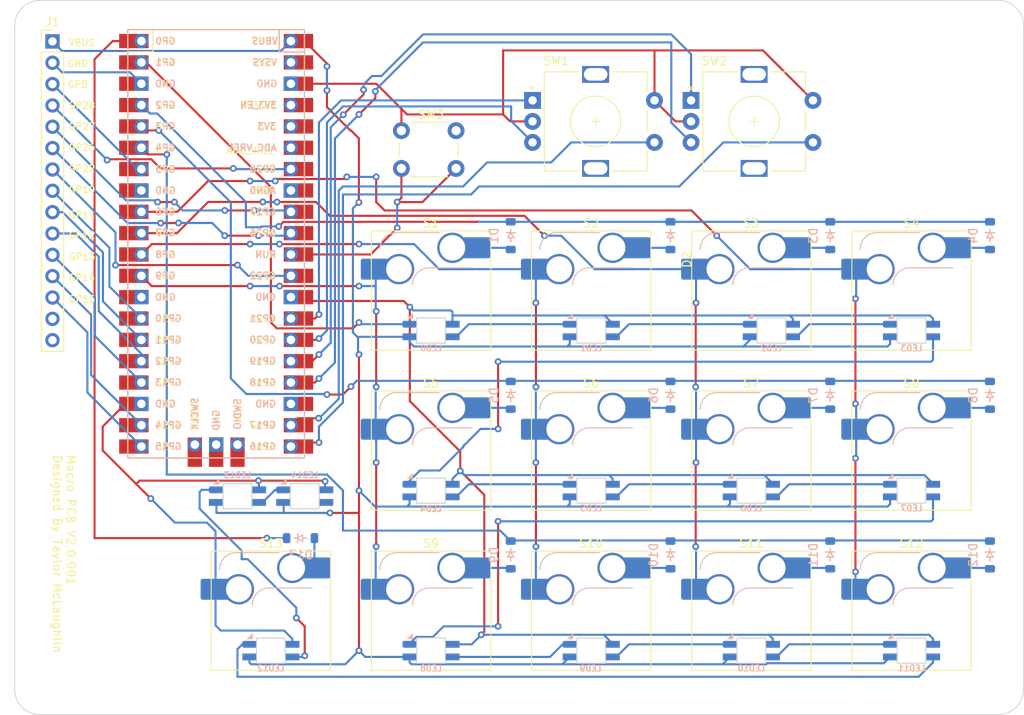
<source format=kicad_pcb>
(kicad_pcb (version 20221018) (generator pcbnew)
  (title_block (title "Macro PCB") (date "2023-12-19") (rev "2.0.001"))
  (layers (0 "F.Cu" signal) (31 "B.Cu" signal) (34 "B.Paste" user) (35 "F.Paste" user) (36 "B.SilkS" user "B.Silkscreen") (37 "F.SilkS" user "F.Silkscreen") (38 "B.Mask" user) (39 "F.Mask" user) (44 "Edge.Cuts" user))
  (net 0 "")
  (net 1 "Row 0")
  (net 2 "Net-(D1-A)")
  (net 3 "Net-(D2-A)")
  (net 4 "Net-(D3-A)")
  (net 5 "Net-(D4-A)")
  (net 6 "Row 1")
  (net 7 "Net-(D5-A)")
  (net 8 "Net-(D6-A)")
  (net 9 "Net-(D7-A)")
  (net 10 "Net-(D8-A)")
  (net 11 "Row 2")
  (net 12 "Net-(D9-A)")
  (net 13 "Net-(D10-A)")
  (net 14 "Net-(D11-A)")
  (net 15 "Net-(D12-A)")
  (net 16 "ModePin")
  (net 17 "Net-(D13-A)")
  (net 18 "GND")
  (net 19 "LED Pin")
  (net 20 "VBUS")
  (net 21 "Column 0")
  (net 22 "Column 1")
  (net 23 "Column 2")
  (net 24 "Column 3")
  (net 25 "Encoder 1 Pin A")
  (net 26 "Encoder 1 Pin B")
  (net 27 "Encoder 1 Button")
  (net 28 "Encoder 2 Pin A")
  (net 29 "Encoder 2 Pin B")
  (net 30 "Encoder 2 Button")
  (net 31 "Run")
  (net 43 "GPIO10")
  (net 44 "GPIO11")
  (net 45 "GPIO12")
  (net 46 "GPIO13")
  (net 47 "GPIO5")
  (net 48 "GPIO14")
  (net 49 "GPIO15")
  (net 50 "GPIO28")
  (net 51 "GPIO27")
  (net 52 "GPIO26")
  (net 53 "GPIO22")
  (net 56 "Net-(LED0-DOUT)")
  (net 57 "Net-(LED1-DOUT)")
  (net 58 "Net-(LED2-DOUT)")
  (net 59 "Net-(LED3-DOUT)")
  (net 60 "Net-(LED4-DOUT)")
  (net 61 "Net-(LED5-DOUT)")
  (net 62 "Net-(LED6-DOUT)")
  (net 63 "Net-(LED7-DOUT)")
  (net 64 "Net-(LED8-DOUT)")
  (net 65 "Net-(LED10-DIN)")
  (net 66 "Net-(LED10-DOUT)")
  (net 67 "Net-(LED11-DOUT)")
  (net 68 "Net-(LED13-DOUT)")
  (footprint "ScottoKeebs_Components:LED_SK6812MINI" (layer "F.Cu") (at 146.92125 57.785)
    (fp_text reference "LED2")
    (fp_text value "LED_SK6812MINI" hide)
    (fp_line (start -1.7 -1.5) (end -1.7 1.5) (stroke (width 0.12)) (layer "Edge.Cuts"))
    (fp_line (start -1.7 1.5) (end 1.7 1.5) (stroke (width 0.12)) (layer "Edge.Cuts"))
    (fp_line (start 1.7 -1.5) (end -1.7 -1.5) (stroke (width 0.12)) (layer "Edge.Cuts"))
    (fp_line (start 1.7 1.5) (end 1.7 -1.5) (stroke (width 0.12)) (layer "Edge.Cuts"))
  )
  (footprint "ScottoKeebs_Hotswap:Hotswap_MX_Plated_1.00u" (layer "F.Cu") (at 144.54 91.1225)
    (fp_text reference "S11")
    (fp_text value "Keyswitch")
  )
  (footprint "ScottoKeebs_Hotswap:Hotswap_MX_Plated_1.00u" (layer "F.Cu") (at 163.59 91.1225)
    (fp_text reference "S12")
    (fp_text value "Keyswitch")
  )
  (footprint "ScottoKeebs_Components:LED_SK6812MINI" (layer "F.Cu") (at 106.44 57.785)
    (fp_text reference "LED0")
    (fp_text value "LED_SK6812MINI" hide)
    (fp_line (start -1.7 -1.5) (end -1.7 1.5) (stroke (width 0.12)) (layer "Edge.Cuts"))
    (fp_line (start -1.7 1.5) (end 1.7 1.5) (stroke (width 0.12)) (layer "Edge.Cuts"))
    (fp_line (start 1.7 -1.5) (end -1.7 -1.5) (stroke (width 0.12)) (layer "Edge.Cuts"))
    (fp_line (start 1.7 1.5) (end 1.7 -1.5) (stroke (width 0.12)) (layer "Edge.Cuts"))
  )
  (footprint "ScottoKeebs_Components:LED_SK6812MINI" (layer "F.Cu") (at 163.59 76.835)
    (fp_text reference "LED7")
    (fp_text value "LED_SK6812MINI" hide)
    (fp_line (start -1.7 -1.5) (end -1.7 1.5) (stroke (width 0.12)) (layer "Edge.Cuts"))
    (fp_line (start -1.7 1.5) (end 1.7 1.5) (stroke (width 0.12)) (layer "Edge.Cuts"))
    (fp_line (start 1.7 -1.5) (end -1.7 -1.5) (stroke (width 0.12)) (layer "Edge.Cuts"))
    (fp_line (start 1.7 1.5) (end 1.7 -1.5) (stroke (width 0.12)) (layer "Edge.Cuts"))
  )
  (footprint "ScottoKeebs_MCU:Raspberry_Pi_Pico" (layer "F.Cu") (at 80.88125 47.46625)
    (fp_text reference "U1" hide)
    (fp_text value "Raspberry_Pi_Pico" hide)
  )
  (footprint "ScottoKeebs_Hotswap:Hotswap_MX_Plated_1.00u" (layer "F.Cu") (at 163.59 53.0225)
    (fp_text reference "S4")
    (fp_text value "Keyswitch")
  )
  (footprint "Connector_PinHeader_2.54mm:PinHeader_1x15_P2.54mm_Vertical" (layer "F.Cu") (at 61.415 23.3775)
    (fp_text reference "J1")
    (fp_text value "Conn_01x15_Pin")
  )
  (footprint "ScottoKeebs_Hotswap:Hotswap_MX_Plated_1.00u" (layer "F.Cu") (at 125.49 53.0225)
    (fp_text reference "S2")
    (fp_text value "Keyswitch")
  )
  (footprint "ScottoKeebs_Components:LED_SK6812MINI" (layer "F.Cu") (at 144.54 76.835)
    (fp_text reference "LED6")
    (fp_text value "LED_SK6812MINI" hide)
    (fp_line (start -1.7 -1.5) (end -1.7 1.5) (stroke (width 0.12)) (layer "Edge.Cuts"))
    (fp_line (start -1.7 1.5) (end 1.7 1.5) (stroke (width 0.12)) (layer "Edge.Cuts"))
    (fp_line (start 1.7 -1.5) (end -1.7 -1.5) (stroke (width 0.12)) (layer "Edge.Cuts"))
    (fp_line (start 1.7 1.5) (end 1.7 -1.5) (stroke (width 0.12)) (layer "Edge.Cuts"))
  )
  (footprint "Button_Switch_THT:SW_PUSH_6mm_H7.3mm" (layer "F.Cu") (at 102.915 33.9975)
    (fp_text reference "SW3")
    (fp_text value "SW_Push")
  )
  (footprint "ScottoKeebs_Hotswap:Hotswap_MX_Plated_1.00u" (layer "F.Cu") (at 163.59 72.0725)
    (fp_text reference "S8")
    (fp_text value "Keyswitch")
  )
  (footprint "ScottoKeebs_Components:LED_SK6812MINI" (layer "F.Cu") (at 87.39 95.885)
    (fp_text reference "LED12")
    (fp_text value "LED_SK6812MINI" hide)
    (fp_line (start -1.7 -1.5) (end -1.7 1.5) (stroke (width 0.12)) (layer "Edge.Cuts"))
    (fp_line (start -1.7 1.5) (end 1.7 1.5) (stroke (width 0.12)) (layer "Edge.Cuts"))
    (fp_line (start 1.7 -1.5) (end -1.7 -1.5) (stroke (width 0.12)) (layer "Edge.Cuts"))
    (fp_line (start 1.7 1.5) (end 1.7 -1.5) (stroke (width 0.12)) (layer "Edge.Cuts"))
  )
  (footprint "ScottoKeebs_Hotswap:Hotswap_MX_Plated_1.00u" (layer "F.Cu") (at 106.44 72.0725)
    (fp_text reference "S5")
    (fp_text value "Keyswitch")
  )
  (footprint "ScottoKeebs_Hotswap:Hotswap_MX_Plated_1.00u" (layer "F.Cu") (at 144.54 72.0725)
    (fp_text reference "S7")
    (fp_text value "Keyswitch")
  )
  (footprint "ScottoKeebs_Components:LED_SK6812MINI" (layer "F.Cu") (at 106.44 76.835)
    (fp_text reference "LED4")
    (fp_text value "LED_SK6812MINI" hide)
    (fp_line (start -1.7 -1.5) (end -1.7 1.5) (stroke (width 0.12)) (layer "Edge.Cuts"))
    (fp_line (start -1.7 1.5) (end 1.7 1.5) (stroke (width 0.12)) (layer "Edge.Cuts"))
    (fp_line (start 1.7 -1.5) (end -1.7 -1.5) (stroke (width 0.12)) (layer "Edge.Cuts"))
    (fp_line (start 1.7 1.5) (end 1.7 -1.5) (stroke (width 0.12)) (layer "Edge.Cuts"))
  )
  (footprint "ScottoKeebs_Components:LED_SK6812MINI" (layer "F.Cu") (at 125.49 76.835)
    (fp_text reference "LED5")
    (fp_text value "LED_SK6812MINI" hide)
    (fp_line (start -1.7 -1.5) (end -1.7 1.5) (stroke (width 0.12)) (layer "Edge.Cuts"))
    (fp_line (start -1.7 1.5) (end 1.7 1.5) (stroke (width 0.12)) (layer "Edge.Cuts"))
    (fp_line (start 1.7 -1.5) (end -1.7 -1.5) (stroke (width 0.12)) (layer "Edge.Cuts"))
    (fp_line (start 1.7 1.5) (end 1.7 -1.5) (stroke (width 0.12)) (layer "Edge.Cuts"))
  )
  (footprint "ScottoKeebs_Hotswap:Hotswap_MX_Plated_1.00u" (layer "F.Cu") (at 87.39 91.1225)
    (fp_text reference "S13")
    (fp_text value "Keyswitch")
  )
  (footprint "ScottoKeebs_Components:LED_SK6812MINI" (layer "F.Cu") (at 163.59 95.885)
    (fp_text reference "LED11")
    (fp_text value "LED_SK6812MINI" hide)
    (fp_line (start -1.7 -1.5) (end -1.7 1.5) (stroke (width 0.12)) (layer "Edge.Cuts"))
    (fp_line (start -1.7 1.5) (end 1.7 1.5) (stroke (width 0.12)) (layer "Edge.Cuts"))
    (fp_line (start 1.7 -1.5) (end -1.7 -1.5) (stroke (width 0.12)) (layer "Edge.Cuts"))
    (fp_line (start 1.7 1.5) (end 1.7 -1.5) (stroke (width 0.12)) (layer "Edge.Cuts"))
  )
  (footprint "ScottoKeebs_Components:LED_SK6812MINI" (layer "F.Cu") (at 163.59 57.785)
    (fp_text reference "LED3")
    (fp_text value "LED_SK6812MINI" hide)
    (fp_line (start -1.7 -1.5) (end -1.7 1.5) (stroke (width 0.12)) (layer "Edge.Cuts"))
    (fp_line (start -1.7 1.5) (end 1.7 1.5) (stroke (width 0.12)) (layer "Edge.Cuts"))
    (fp_line (start 1.7 -1.5) (end -1.7 -1.5) (stroke (width 0.12)) (layer "Edge.Cuts"))
    (fp_line (start 1.7 1.5) (end 1.7 -1.5) (stroke (width 0.12)) (layer "Edge.Cuts"))
  )
  (footprint "ScottoKeebs_Components:LED_SK6812MINI" (layer "F.Cu") (at 106.44 95.885)
    (fp_text reference "LED8")
    (fp_text value "LED_SK6812MINI" hide)
    (fp_line (start -1.7 -1.5) (end -1.7 1.5) (stroke (width 0.12)) (layer "Edge.Cuts"))
    (fp_line (start -1.7 1.5) (end 1.7 1.5) (stroke (width 0.12)) (layer "Edge.Cuts"))
    (fp_line (start 1.7 -1.5) (end -1.7 -1.5) (stroke (width 0.12)) (layer "Edge.Cuts"))
    (fp_line (start 1.7 1.5) (end 1.7 -1.5) (stroke (width 0.12)) (layer "Edge.Cuts"))
  )
  (footprint "ScottoKeebs_Components:LED_SK6812MINI" (layer "F.Cu") (at 91.415 77.4975)
    (fp_text reference "LED14")
    (fp_text value "LED_SK6812MINI" hide)
    (fp_line (start -1.7 -1.5) (end -1.7 1.5) (stroke (width 0.12)) (layer "Edge.Cuts"))
    (fp_line (start -1.7 1.5) (end 1.7 1.5) (stroke (width 0.12)) (layer "Edge.Cuts"))
    (fp_line (start 1.7 -1.5) (end -1.7 -1.5) (stroke (width 0.12)) (layer "Edge.Cuts"))
    (fp_line (start 1.7 1.5) (end 1.7 -1.5) (stroke (width 0.12)) (layer "Edge.Cuts"))
  )
  (footprint "ScottoKeebs_Hotswap:Hotswap_MX_Plated_1.00u" (layer "F.Cu") (at 106.44 91.1225)
    (fp_text reference "S9")
    (fp_text value "Keyswitch")
  )
  (footprint "ScottoKeebs_Components:LED_SK6812MINI" (layer "F.Cu") (at 144.54 95.885)
    (fp_text reference "LED10")
    (fp_text value "LED_SK6812MINI" hide)
    (fp_line (start -1.7 -1.5) (end -1.7 1.5) (stroke (width 0.12)) (layer "Edge.Cuts"))
    (fp_line (start -1.7 1.5) (end 1.7 1.5) (stroke (width 0.12)) (layer "Edge.Cuts"))
    (fp_line (start 1.7 -1.5) (end -1.7 -1.5) (stroke (width 0.12)) (layer "Edge.Cuts"))
    (fp_line (start 1.7 1.5) (end 1.7 -1.5) (stroke (width 0.12)) (layer "Edge.Cuts"))
  )
  (footprint "ScottoKeebs_Components:LED_SK6812MINI" (layer "F.Cu") (at 83.415 77.4975)
    (fp_text reference "LED13")
    (fp_text value "LED_SK6812MINI" hide)
    (fp_line (start -1.7 -1.5) (end -1.7 1.5) (stroke (width 0.12)) (layer "Edge.Cuts"))
    (fp_line (start -1.7 1.5) (end 1.7 1.5) (stroke (width 0.12)) (layer "Edge.Cuts"))
    (fp_line (start 1.7 -1.5) (end -1.7 -1.5) (stroke (width 0.12)) (layer "Edge.Cuts"))
    (fp_line (start 1.7 1.5) (end 1.7 -1.5) (stroke (width 0.12)) (layer "Edge.Cuts"))
  )
  (footprint "ScottoKeebs_Hotswap:Hotswap_MX_Plated_1.00u" (layer "F.Cu") (at 144.54 53.0225)
    (fp_text reference "S3")
    (fp_text value "Keyswitch")
  )
  (footprint "Rotary_Encoder:RotaryEncoder_Alps_EC11E-Switch_Vertical_H20mm" (layer "F.Cu") (at 118.515 30.3975)
    (fp_text reference "SW1")
    (fp_text value "RotaryEncoder_Switch")
  )
  (footprint "ScottoKeebs_Hotswap:Hotswap_MX_Plated_1.00u" (layer "F.Cu") (at 125.49 91.1225)
    (fp_text reference "S10")
    (fp_text value "Keyswitch")
  )
  (footprint "ScottoKeebs_Hotswap:Hotswap_MX_Plated_1.00u" (layer "F.Cu") (at 125.49 72.0725)
    (fp_text reference "S6")
    (fp_text value "Keyswitch")
  )
  (footprint "Rotary_Encoder:RotaryEncoder_Alps_EC11E-Switch_Vertical_H20mm" (layer "F.Cu") (at 137.365 30.3975)
    (fp_text reference "SW2")
    (fp_text value "RotaryEncoder_Switch")
  )
  (footprint "ScottoKeebs_Hotswap:Hotswap_MX_Plated_1.00u" (layer "F.Cu") (at 106.44 53.0225)
    (fp_text reference "S1")
    (fp_text value "Keyswitch")
  )
  (footprint "ScottoKeebs_Components:LED_SK6812MINI" (layer "F.Cu") (at 125.49 95.885)
    (fp_text reference "LED9")
    (fp_text value "LED_SK6812MINI" hide)
    (fp_line (start -1.7 -1.5) (end -1.7 1.5) (stroke (width 0.12)) (layer "Edge.Cuts"))
    (fp_line (start -1.7 1.5) (end 1.7 1.5) (stroke (width 0.12)) (layer "Edge.Cuts"))
    (fp_line (start 1.7 -1.5) (end -1.7 -1.5) (stroke (width 0.12)) (layer "Edge.Cuts"))
    (fp_line (start 1.7 1.5) (end 1.7 -1.5) (stroke (width 0.12)) (layer "Edge.Cuts"))
  )
  (footprint "ScottoKeebs_Components:LED_SK6812MINI" (layer "F.Cu") (at 125.49 57.785)
    (fp_text reference "LED1")
    (fp_text value "LED_SK6812MINI" hide)
    (fp_line (start -1.7 -1.5) (end -1.7 1.5) (stroke (width 0.12)) (layer "Edge.Cuts"))
    (fp_line (start -1.7 1.5) (end 1.7 1.5) (stroke (width 0.12)) (layer "Edge.Cuts"))
    (fp_line (start 1.7 -1.5) (end -1.7 -1.5) (stroke (width 0.12)) (layer "Edge.Cuts"))
    (fp_line (start 1.7 1.5) (end 1.7 -1.5) (stroke (width 0.12)) (layer "Edge.Cuts"))
  )
  (footprint "ScottoKeebs_Components:Diode_SOD-123" (layer "B.Cu") (at 115.915 65.4975 -90)
    (fp_text reference "D5")
    (fp_text value "Diode")
  )
  (footprint "ScottoKeebs_Components:Diode_SOD-123" (layer "B.Cu") (at 115.915 84.4975 -90)
    (fp_text reference "D9")
    (fp_text value "Diode")
  )
  (footprint "ScottoKeebs_Components:Diode_SOD-123" (layer "B.Cu") (at 134.915 65.4975 -90)
    (fp_text reference "D6")
    (fp_text value "Diode")
  )
  (footprint "ScottoKeebs_Components:Diode_SOD-123" (layer "B.Cu") (at 172.915 65.4975 -90)
    (fp_text reference "D8")
    (fp_text value "Diode")
  )
  (footprint "ScottoKeebs_Components:Diode_SOD-123" (layer "B.Cu") (at 153.915 65.4975 -90)
    (fp_text reference "D7")
    (fp_text value "Diode")
  )
  (footprint "ScottoKeebs_Components:Diode_SOD-123" (layer "B.Cu") (at 153.915 84.4975 -90)
    (fp_text reference "D11")
    (fp_text value "Diode")
  )
  (footprint "ScottoKeebs_Components:Diode_SOD-123" (layer "B.Cu") (at 172.915 46.4975 -90)
    (fp_text reference "D4")
    (fp_text value "Diode")
  )
  (footprint "ScottoKeebs_Components:Diode_SOD-123" (layer "B.Cu") (at 134.915 84.4975 -90)
    (fp_text reference "D10")
    (fp_text value "Diode")
  )
  (footprint "ScottoKeebs_Components:Diode_SOD-123" (layer "B.Cu") (at 90.915 82.4975)
    (fp_text reference "D13")
    (fp_text value "Diode")
  )
  (footprint "ScottoKeebs_Components:Diode_SOD-123" (layer "B.Cu") (at 172.915 84.4975 -90)
    (fp_text reference "D12")
    (fp_text value "Diode")
  )
  (footprint "ScottoKeebs_Components:Diode_SOD-123" (layer "B.Cu") (at 134.915 46.4975 -90)
    (fp_text reference "D2")
    (fp_text value "Diode")
  )
  (footprint "ScottoKeebs_Components:Diode_SOD-123" (layer "B.Cu") (at 115.915 46.4975 -90)
    (fp_text reference "D1")
    (fp_text value "Diode")
  )
  (footprint "ScottoKeebs_Components:Diode_SOD-123" (layer "B.Cu") (at 153.915 46.4975 -90)
    (fp_text reference "D3")
    (fp_text value "Diode")
  )
  (gr_arc (start 176.915 100.4975) (mid 176.03632 102.61882) (end 173.915 103.4975) (stroke (width 0.1)) (layer "Edge.Cuts"))
  (gr_line (start 176.915 21.4975) (end 176.915 100.4975) (stroke (width 0.1)) (layer "Edge.Cuts"))
  (gr_line (start 59.915 103.4975) (end 173.915 103.4975) (stroke (width 0.1)) (layer "Edge.Cuts"))
  (gr_line (start 56.915 100.4975) (end 56.915 21.4975) (stroke (width 0.1)) (layer "Edge.Cuts"))
  (gr_line (start 59.915 18.4975) (end 173.915 18.4975) (stroke (width 0.1)) (layer "Edge.Cuts"))
  (gr_arc (start 59.915 103.4975) (mid 57.79368 102.61882) (end 56.915 100.4975) (stroke (width 0.1)) (layer "Edge.Cuts"))
  (gr_arc (start 56.915 21.4975) (mid 57.79368 19.37618) (end 59.915 18.4975) (stroke (width 0.1)) (layer "Edge.Cuts"))
  (gr_arc (start 173.915 18.4975) (mid 176.03632 19.37618) (end 176.915 21.4975) (stroke (width 0.1)) (layer "Edge.Cuts"))
  (gr_text "GP12" (at 64.915 46.4575) (layer "F.SilkS") (effects (font (size 0.8 0.8))))
  (gr_text "GND" (at 64.415 25.9975) (layer "F.SilkS") (effects (font (size 0.8 0.8))))
  (gr_text "GP13" (at 64.915 48.9975) (layer "F.SilkS") (effects (font (size 0.8 0.8))))
  (gr_text "Macro PCB V2.0.001\nDesigned By Taylor McLaughlin" (at 61.415 72.4975 -90) (layer "F.SilkS") (effects (font (size 1 1)) (justify left bottom)))
  (gr_text "GP5" (at 64.415 28.4975) (layer "F.SilkS") (effects (font (size 0.8 0.8))))
  (gr_text "GP27" (at 64.915 33.4975) (layer "F.SilkS") (effects (font (size 0.8 0.8))))
  (gr_text "GP26" (at 64.915 35.9975) (layer "F.SilkS") (effects (font (size 0.8 0.8))))
  (gr_text "GP14" (at 64.915 51.4975) (layer "F.SilkS") (effects (font (size 0.8 0.8))))
  (gr_text "GP28" (at 64.915 30.9975) (layer "F.SilkS") (effects (font (size 0.8 0.8))))
  (gr_text "GP15" (at 64.915 54.0375) (layer "F.SilkS") (effects (font (size 0.8 0.8))))
  (gr_text "GP10" (at 64.915 40.9975) (layer "F.SilkS") (effects (font (size 0.8 0.8))))
  (gr_text "VBUS" (at 64.915 23.4975) (layer "F.SilkS") (effects (font (size 0.8 0.8))))
  (gr_text "GP22" (at 64.915 38.4975) (layer "F.SilkS") (effects (font (size 0.8 0.8))))
  (gr_text "GP11" (at 64.915 43.9975) (layer "F.SilkS") (effects (font (size 0.8 0.8))))
  (segment (start 112.210044 44.847) (end 112.210546 44.847502) (width 0.25) (layer "F.Cu") (net 1))
  (segment (start 88.86651 44.857738) (end 88.321748 45.4025) (width 0.25) (layer "F.Cu") (net 1))
  (segment (start 98.363727 44.847) (end 112.210044 44.847) (width 0.25) (layer "F.Cu") (net 1))
  (segment (start 98.352989 44.857738) (end 98.363727 44.847) (width 0.25) (layer "F.Cu") (net 1))
  (segment (start 98.352989 44.857738) (end 88.86651 44.857738) (width 0.25) (layer "F.Cu") (net 1))
  (via micro (at 112.210546 44.847502) (size 0.3) (drill 0.1) (layers "F.Cu" "B.Cu") (net 1))
  (via (at 88.321748 45.4025) (size 0.8) (drill 0.4) (layers "F.Cu" "B.Cu") (net 1))
  (segment (start 72.99125 31.95625) (end 71.99125 30.95625) (width 0.25) (layer "B.Cu") (net 1))
  (segment (start 88.321748 45.4025) (end 86.294695 45.4025) (width 0.25) (layer "B.Cu") (net 1))
  (segment (start 112.210548 44.8475) (end 115.915 44.8475) (width 0.25) (layer "B.Cu") (net 1))
  (segment (start 84.415 42.4975) (end 73.87375 31.95625) (width 0.25) (layer "B.Cu") (net 1))
  (segment (start 172.915 44.8475) (end 115.915 44.8475) (width 0.25) (layer "B.Cu") (net 1))
  (segment (start 86.294695 45.4025) (end 86.199695 45.4975) (width 0.25) (layer "B.Cu") (net 1))
  (segment (start 112.210546 44.847502) (end 112.210548 44.8475) (width 0.25) (layer "B.Cu") (net 1))
  (segment (start 84.415 45.4975) (end 84.415 42.4975) (width 0.25) (layer "B.Cu") (net 1))
  (segment (start 86.199695 45.4975) (end 84.415 45.4975) (width 0.25) (layer "B.Cu") (net 1))
  (segment (start 73.87375 31.95625) (end 72.99125 31.95625) (width 0.25) (layer "B.Cu") (net 1))
  (segment (start 115.71 47.9425) (end 115.915 48.1475) (width 0.25) (layer "B.Cu") (net 2))
  (segment (start 111.76 47.9425) (end 115.71 47.9425) (width 0.25) (layer "B.Cu") (net 2))
  (segment (start 134.71 47.9425) (end 134.915 48.1475) (width 0.25) (layer "B.Cu") (net 3))
  (segment (start 130.81 47.9425) (end 134.71 47.9425) (width 0.25) (layer "B.Cu") (net 3))
  (segment (start 149.86 47.9425) (end 153.71 47.9425) (width 0.25) (layer "B.Cu") (net 4))
  (segment (start 153.71 47.9425) (end 153.915 48.1475) (width 0.25) (layer "B.Cu") (net 4))
  (segment (start 168.91 47.9425) (end 172.71 47.9425) (width 0.25) (layer "B.Cu") (net 5))
  (segment (start 172.71 47.9425) (end 172.915 48.1475) (width 0.25) (layer "B.Cu") (net 5))
  (segment (start 96.915 64.4525) (end 95.9625 65.405) (width 0.25) (layer "F.Cu") (net 6))
  (segment (start 95.9625 65.405) (end 94.0575 65.405) (width 0.25) (layer "F.Cu") (net 6))
  (segment (start 72.4675 33.9725) (end 71.99125 33.49625) (width 0.25) (layer "F.Cu") (net 6))
  (segment (start 74.055 33.9725) (end 72.4675 33.9725) (width 0.25) (layer "F.Cu") (net 6))
  (via (at 74.055 33.9725) (size 0.8) (drill 0.4) (layers "F.Cu" "B.Cu") (net 6))
  (via (at 94.0575 65.405) (size 0.8) (drill 0.4) (layers "F.Cu" "B.Cu") (net 6))
  (via (at 96.915 64.4525) (size 0.8) (drill 0.4) (layers "F.Cu" "B.Cu") (net 6))
  (segment (start 115.99 63.7725) (end 115.915 63.8475) (width 0.25) (layer "B.Cu") (net 6))
  (segment (start 172.915 63.8475) (end 172.84 63.7725) (width 0.25) (layer "B.Cu") (net 6))
  (segment (start 97.595 63.7725) (end 96.915 64.4525) (width 0.25) (layer "B.Cu") (net 6))
  (segment (start 115.84 63.7725) (end 97.595 63.7725) (width 0.25) (layer "B.Cu") (net 6))
  (segment (start 172.84 63.7725) (end 115.99 63.7725) (width 0.25) (layer "B.Cu") (net 6))
  (segment (start 115.915 63.8475) (end 115.84 63.7725) (width 0.25) (layer "B.Cu") (net 6))
  (segment (start 82.6275 63.5) (end 82.6275 42.545) (width 0.25) (layer "B.Cu") (net 6))
  (segment (start 94.0575 65.405) (end 93.99375 65.34125) (width 0.25) (layer "B.Cu") (net 6))
  (segment (start 82.6275 42.545) (end 74.055 33.9725) (width 0.25) (layer "B.Cu") (net 6))
  (segment (start 93.99375 65.34125) (end 84.46875 65.34125) (width 0.25) (layer "B.Cu") (net 6))
  (segment (start 84.46875 65.34125) (end 82.6275 63.5) (width 0.25) (layer "B.Cu") (net 6))
  (segment (start 115.76 66.9925) (end 115.915 67.1475) (width 0.25) (layer "B.Cu") (net 7))
  (segment (start 111.76 66.9925) (end 115.76 66.9925) (width 0.25) (layer "B.Cu") (net 7))
  (segment (start 134.76 66.9925) (end 134.915 67.1475) (width 0.25) (layer "B.Cu") (net 8))
  (segment (start 130.81 66.9925) (end 134.76 66.9925) (width 0.25) (layer "B.Cu") (net 8))
  (segment (start 149.86 66.9925) (end 153.76 66.9925) (width 0.25) (layer "B.Cu") (net 9))
  (segment (start 153.76 66.9925) (end 153.915 67.1475) (width 0.25) (layer "B.Cu") (net 9))
  (segment (start 168.91 66.9925) (end 172.76 66.9925) (width 0.25) (layer "B.Cu") (net 10))
  (segment (start 172.76 66.9925) (end 172.915 67.1475) (width 0.25) (layer "B.Cu") (net 10))
  (segment (start 72.785 36.83) (end 71.99125 36.03625) (width 0.25) (layer "F.Cu") (net 11))
  (segment (start 75.0075 36.83) (end 72.785 36.83) (width 0.25) (layer "F.Cu") (net 11))
  (via (at 75.0075 36.83) (size 0.8) (drill 0.4) (layers "F.Cu" "B.Cu") (net 11))
  (segment (start 172.84 82.7725) (end 115.99 82.7725) (width 0.25) (layer "B.Cu") (net 11))
  (segment (start 95.9625 76.835) (end 94.0575 74.93) (width 0.25) (layer "B.Cu") (net 11))
  (segment (start 172.915 82.8475) (end 172.84 82.7725) (width 0.25) (layer "B.Cu") (net 11))
  (segment (start 115.915 82.8475) (end 114.665 81.5975) (width 0.25) (layer "B.Cu") (net 11))
  (segment (start 75.0075 74.93) (end 75.0075 36.83) (width 0.25) (layer "B.Cu") (net 11))
  (segment (start 94.0575 74.93) (end 75.0075 74.93) (width 0.25) (layer "B.Cu") (net 11))
  (segment (start 115.99 82.7725) (end 115.915 82.8475) (width 0.25) (layer "B.Cu") (net 11))
  (segment (start 114.665 81.5975) (end 95.9625 81.5975) (width 0.25) (layer "B.Cu") (net 11))
  (segment (start 95.9625 81.5975) (end 95.9625 76.835) (width 0.25) (layer "B.Cu") (net 11))
  (segment (start 115.81 86.0425) (end 115.915 86.1475) (width 0.25) (layer "B.Cu") (net 12))
  (segment (start 111.76 86.0425) (end 115.81 86.0425) (width 0.25) (layer "B.Cu") (net 12))
  (segment (start 130.81 86.0425) (end 134.81 86.0425) (width 0.25) (layer "B.Cu") (net 13))
  (segment (start 134.81 86.0425) (end 134.915 86.1475) (width 0.25) (layer "B.Cu") (net 13))
  (segment (start 153.81 86.0425) (end 153.915 86.1475) (width 0.25) (layer "B.Cu") (net 14))
  (segment (start 149.86 86.0425) (end 153.81 86.0425) (width 0.25) (layer "B.Cu") (net 14))
  (segment (start 168.91 86.0425) (end 172.81 86.0425) (width 0.25) (layer "B.Cu") (net 15))
  (segment (start 172.81 86.0425) (end 172.915 86.1475) (width 0.25) (layer "B.Cu") (net 15))
  (segment (start 68.57625 23.33625) (end 66.415 25.4975) (width 0.25) (layer "F.Cu") (net 16))
  (segment (start 66.415 82.4975) (end 86.915 82.4975) (width 0.25) (layer "F.Cu") (net 16))
  (segment (start 71.99125 23.33625) (end 68.57625 23.33625) (width 0.25) (layer "F.Cu") (net 16))
  (segment (start 66.415 25.4975) (end 66.415 82.4975) (width 0.25) (layer "F.Cu") (net 16))
  (via (at 86.915 82.4975) (size 0.8) (drill 0.4) (layers "F.Cu" "B.Cu") (net 16))
  (segment (start 86.915 82.4975) (end 89.265 82.4975) (width 0.25) (layer "B.Cu") (net 16))
  (segment (start 92.565 82.4975) (end 92.565 85.8975) (width 0.25) (layer "B.Cu") (net 17))
  (segment (start 92.565 85.8975) (end 92.71 86.0425) (width 0.25) (layer "B.Cu") (net 17))
  (segment (start 89.77125 53.81625) (end 90.2275 54.2725) (width 0.25) (layer "F.Cu") (net 18))
  (segment (start 71.758 75.6545) (end 71.36375 76.04875) (width 0.25) (layer "F.Cu") (net 18))
  (segment (start 89.77125 28.41625) (end 99.93125 28.41625) (width 0.25) (layer "F.Cu") (net 18))
  (segment (start 85.915 75.6545) (end 71.758 75.6545) (width 0.25) (layer "F.Cu") (net 18))
  (segment (start 103.19 54.2725) (end 103.915 54.9975) (width 0.25) (layer "F.Cu") (net 18))
  (segment (start 85.915 75.6545) (end 93.757402 75.6545) (width 0.25) (layer "F.Cu") (net 18))
  (segment (start 67.3875 69.215) (end 67.3875 72.0725) (width 0.25) (layer "F.Cu") (net 18))
  (segment (start 67.3875 72.0725) (end 71.36375 76.04875) (width 0.25) (layer "F.Cu") (net 18))
  (segment (start 133.015 30.3975) (end 135.515 32.8975) (width 0.25) (layer "F.Cu") (net 18))
  (segment (start 109.915 72.188743) (end 109.915 74.4975) (width 0.25) (layer "F.Cu") (net 18))
  (segment (start 102.915 31.4) (end 103.5825 32.0675) (width 0.25) (layer "F.Cu") (net 18))
  (segment (start 115.8425 32.8975) (end 115.0125 32.0675) (width 0.25) (layer "F.Cu") (net 18))
  (segment (start 115.0125 24.4475) (end 133.11 24.4475) (width 0.25) (layer "F.Cu") (net 18))
  (segment (start 133.11 24.4475) (end 145.915 24.4475) (width 0.25) (layer "F.Cu") (net 18))
  (segment (start 118.515 32.8975) (end 115.8425 32.8975) (width 0.25) (layer "F.Cu") (net 18))
  (segment (start 93.757402 75.6545) (end 93.836201 75.733299) (width 0.25) (layer "F.Cu") (net 18))
  (segment (start 102.915 31.4) (end 102.915 33.9975) (width 0.25) (layer "F.Cu") (net 18))
  (segment (start 103.915 54.9975) (end 103.915 66.188743) (width 0.25) (layer "F.Cu") (net 18))
  (segment (start 112.77 93.6425) (end 112.415 93.9975) (width 0.25) (layer "F.Cu") (net 18))
  (segment (start 133.11 24.4475) (end 133.015 24.5425) (width 0.25) (layer "F.Cu") (net 18))
  (segment (start 71.36375 76.04875) (end 73.1025 77.7875) (width 0.25) (layer "F.Cu") (net 18))
  (segment (start 109.915 74.4975) (end 112.77 77.3525) (width 0.25) (layer "F.Cu") (net 18))
  (segment (start 135.515 32.8975) (end 137.365 32.8975) (width 0.25) (layer "F.Cu") (net 18))
  (segment (start 133.015 24.5425) (end 133.015 30.3975) (width 0.25) (layer "F.Cu") (net 18))
  (segment (start 71.99125 66.51625) (end 70.08625 66.51625) (width 0.25) (layer "F.Cu") (net 18))
  (segment (start 112.77 77.3525) (end 112.77 93.6425) (width 0.25) (layer "F.Cu") (net 18))
  (segment (start 103.915 66.188743) (end 109.915 72.188743) (width 0.25) (layer "F.Cu") (net 18))
  (segment (start 115.0125 32.0675) (end 115.0125 24.4475) (width 0.25) (layer "F.Cu") (net 18))
  (segment (start 99.93125 28.41625) (end 102.915 31.4) (width 0.25) (layer "F.Cu") (net 18))
  (segment (start 103.5825 32.0675) (end 115.0125 32.0675) (width 0.25) (layer "F.Cu") (net 18))
  (segment (start 90.2275 54.2725) (end 103.19 54.2725) (width 0.25) (layer "F.Cu") (net 18))
  (segment (start 70.08625 66.51625) (end 67.3875 69.215) (width 0.25) (layer "F.Cu") (net 18))
  (segment (start 145.915 24.4475) (end 151.865 30.3975) (width 0.25) (layer "F.Cu") (net 18))
  (via (at 93.836201 75.733299) (size 0.8) (drill 0.4) (layers "F.Cu" "B.Cu") (net 18))
  (via (at 73.1025 77.7875) (size 0.8) (drill 0.4) (layers "F.Cu" "B.Cu") (net 18))
  (via (at 109.915 74.4975) (size 0.8) (drill 0.4) (layers "F.Cu" "B.Cu") (net 18))
  (via (at 103.915 54.9975) (size 0.8) (drill 0.4) (layers "F.Cu" "B.Cu") (net 18))
  (via (at 112.415 93.9975) (size 0.8) (drill 0.4) (layers "F.Cu" "B.Cu") (net 18))
  (via (at 85.915 75.6545) (size 0.8) (drill 0.4) (layers "F.Cu" "B.Cu") (net 18))
  (segment (start 146.079277 74.9975) (end 165.129277 74.9975) (width 0.25) (layer "B.Cu") (net 18))
  (segment (start 127.079277 55.9975) (end 149.09375 55.9975) (width 0.25) (layer "B.Cu") (net 18))
  (segment (start 126.979277 93.9975) (end 128.04 95.058223) (width 0.25) (layer "B.Cu") (net 18))
  (segment (start 166.14 94.475) (end 166.14 95.135) (width 0.25) (layer "B.Cu") (net 18))
  (segment (start 166.14 76.008223) (end 166.14 76.085) (width 0.25) (layer "B.Cu") (net 18))
  (segment (start 108.99 55.9975) (end 108.99 57.035) (width 0.25) (layer "B.Cu") (net 18))
  (segment (start 78.415 80.645) (end 79.77 80.645) (width 0.25) (layer "B.Cu") (net 18))
  (segment (start 89.94 94.475) (end 89.94 95.135) (width 0.25) (layer "B.Cu") (net 18))
  (segment (start 149.09375 55.9975) (end 149.47125 56.375) (width 0.25) (layer "B.Cu") (net 18))
  (segment (start 104.315 55.3975) (end 108.815 55.3975) (width 0.25) (layer "B.Cu") (net 18))
  (segment (start 112.415 93.9975) (end 126.979277 93.9975) (width 0.25) (layer "B.Cu") (net 18))
  (segment (start 126.979277 93.9975) (end 146.6125 93.9975) (width 0.25) (layer "B.Cu") (net 18))
  (segment (start 110.415 74.9975) (end 127.6125 74.9975) (width 0.25) (layer "B.Cu") (net 18))
  (segment (start 109.915 74.4975) (end 110.415 74.9975) (width 0.25) (layer "B.Cu") (net 18))
  (segment (start 88.9625 93.4975) (end 89.94 94.475) (width 0.25) (layer "B.Cu") (net 18))
  (segment (start 165.6625 93.9975) (end 166.14 94.475) (width 0.25) (layer "B.Cu") (net 18))
  (segment (start 70.62625 27.05125) (end 71.99125 28.41625) (width 0.25) (layer "B.Cu") (net 18))
  (segment (start 165.7625 55.9975) (end 166.14 56.375) (width 0.25) (layer "B.Cu") (net 18))
  (segment (start 85.965 76.7475) (end 85.965 75.7045) (width 0.25) (layer "B.Cu") (net 18))
  (segment (start 128.04 95.058223) (end 128.04 95.135) (width 0.25) (layer "B.Cu") (net 18))
  (segment (start 73.1025 77.7875) (end 75.96 80.645) (width 0.25) (layer "B.Cu") (net 18))
  (segment (start 61.415 25.9175) (end 62.54875 27.05125) (width 0.25) (layer "B.Cu") (net 18))
  (segment (start 80.805 92.8875) (end 81.415 93.4975) (width 0.25) (layer "B.Cu") (net 18))
  (segment (start 93.836201 75.733299) (end 93.836201 76.618701) (width 0.25) (layer "B.Cu") (net 18))
  (segment (start 146.6125 93.9975) (end 165.6625 93.9975) (width 0.25) (layer "B.Cu") (net 18))
  (segment (start 80.805 88.5825) (end 80.805 92.8875) (width 0.25) (layer "B.Cu") (net 18))
  (segment (start 127.079277 55.9975) (end 128.04 56.958223) (width 0.25) (layer "B.Cu") (net 18))
  (segment (start 108.99 75.4225) (end 109.915 74.4975) (width 0.25) (layer "B.Cu") (net 18))
  (segment (start 146.079277 74.9975) (end 147.09 76.008223) (width 0.25) (layer "B.Cu") (net 18))
  (segment (start 127.6125 74.9975) (end 146.079277 74.9975) (width 0.25) (layer "B.Cu") (net 18))
  (segment (start 103.915 54.9975) (end 104.315 55.3975) (width 0.25) (layer "B.Cu") (net 18))
  (segment (start 81.415 93.4975) (end 88.9625 93.4975) (width 0.25) (layer "B.Cu") (net 18))
  (segment (start 128.04 56.958223) (end 128.04 57.035) (width 0.25) (layer "B.Cu") (net 18))
  (segment (start 149.47125 56.375) (end 149.47125 57.035) (width 0.25) (layer "B.Cu") (net 18))
  (segment (start 165.129277 74.9975) (end 166.14 76.008223) (width 0.25) (layer "B.Cu") (net 18))
  (segment (start 128.04 75.425) (end 128.04 76.085) (width 0.25) (layer "B.Cu") (net 18))
  (segment (start 111.2775 95.135) (end 108.99 95.135) (width 0.25) (layer "B.Cu") (net 18))
  (segment (start 127.6125 74.9975) (end 128.04 75.425) (width 0.25) (layer "B.Cu") (net 18))
  (segment (start 93.836201 76.618701) (end 93.965 76.7475) (width 0.25) (layer "B.Cu") (net 18))
  (segment (start 166.14 56.375) (end 166.14 57.035) (width 0.25) (layer "B.Cu") (net 18))
  (segment (start 147.09 94.475) (end 147.09 95.135) (width 0.25) (layer "B.Cu") (net 18))
  (segment (start 108.99 76.085) (end 108.99 75.4225) (width 0.25) (layer "B.Cu") (net 18))
  (segment (start 146.6125 93.9975) (end 147.09 94.475) (width 0.25) (layer "B.Cu") (net 18))
  (segment (start 149.09375 55.9975) (end 165.7625 55.9975) (width 0.25) (layer "B.Cu") (net 18))
  (segment (start 75.96 80.645) (end 78.415 80.645) (width 0.25) (layer "B.Cu") (net 18))
  (segment (start 108.99 55.9975) (end 127.079277 55.9975) (width 0.25) (layer "B.Cu") (net 18))
  (segment (start 108.815 55.3975) (end 108.99 55.5725) (width 0.25) (layer "B.Cu") (net 18))
  (segment (start 62.54875 27.05125) (end 70.62625 27.05125) (width 0.25) (layer "B.Cu") (net 18))
  (segment (start 108.99 55.5725) (end 108.99 55.9975) (width 0.25) (layer "B.Cu") (net 18))
  (segment (start 147.09 76.008223) (end 147.09 76.085) (width 0.25) (layer "B.Cu") (net 18))
  (segment (start 80.805 81.68) (end 80.805 88.5825) (width 0.25) (layer "B.Cu") (net 18))
  (segment (start 112.415 93.9975) (end 111.2775 95.135) (width 0.25) (layer "B.Cu") (net 18))
  (segment (start 79.77 80.645) (end 80.805 81.68) (width 0.25) (layer "B.Cu") (net 18))
  (segment (start 85.965 75.7045) (end 85.915 75.6545) (width 0.25) (layer "B.Cu") (net 18))
  (segment (start 88.08875 57.53125) (end 87.39 56.8325) (width 0.25) (layer "F.Cu") (net 19))
  (segment (start 87.39 56.8325) (end 87.39 40.70375) (width 0.25) (layer "F.Cu") (net 19))
  (segment (start 97.16875 57.53125) (end 88.08875 57.53125) (width 0.25) (layer "F.Cu") (net 19))
  (segment (start 87.39 40.70375) (end 72.5625 25.87625) (width 0.25) (layer "F.Cu") (net 19))
  (segment (start 97.8675 56.8325) (end 97.16875 57.53125) (width 0.25) (layer "F.Cu") (net 19))
  (segment (start 72.5625 25.87625) (end 71.99125 25.87625) (width 0.25) (layer "F.Cu") (net 19))
  (via (at 97.8675 56.8325) (size 0.8) (drill 0.4) (layers "F.Cu" "B.Cu") (net 19))
  (segment (start 98.07 57.035) (end 97.8675 56.8325) (width 0.25) (layer "B.Cu") (net 19))
  (segment (start 103.89 57.035) (end 98.07 57.035) (width 0.25) (layer "B.Cu") (net 19))
  (segment (start 89.77125 23.33625) (end 91.38125 23.33625) (width 0.25) (layer "F.Cu") (net 20))
  (segment (start 97.8675 79.4975) (end 97.8675 79.6925) (width 0.25) (layer "F.Cu") (net 20))
  (segment (start 91.415 92.9975) (end 90.415 91.9975) (width 0.25) (layer "F.Cu") (net 20))
  (segment (start 94.0575 29.21) (end 94.0575 31.187805) (width 0.25) (layer "F.Cu") (net 20))
  (segment (start 94.0575 31.187805) (end 96.842195 33.9725) (width 0.25) (layer "F.Cu") (net 20))
  (segment (start 91.415 96.4975) (end 91.415 92.9975) (width 0.25) (layer "F.Cu") (net 20))
  (segment (start 97.8675 79.4975) (end 94.415 79.4975) (width 0.25) (layer "F.Cu") (net 20))
  (segment (start 91.38125 23.33625) (end 94.0575 26.0125) (width 0.25) (layer "F.Cu") (net 20))
  (segment (start 97.8675 60.6425) (end 97.8675 76.835) (width 0.25) (layer "F.Cu") (net 20))
  (segment (start 96.842195 33.9725) (end 96.915 33.9725) (width 0.25) (layer "F.Cu") (net 20))
  (segment (start 97.8675 79.6925) (end 97.8675 95.885) (width 0.25) (layer "F.Cu") (net 20))
  (segment (start 96.915 33.9725) (end 97.855201 34.912701) (width 0.25) (layer "F.Cu") (net 20))
  (segment (start 97.8675 76.835) (end 97.8675 79.4975) (width 0.25) (layer "F.Cu") (net 20))
  (segment (start 97.855201 34.912701) (end 97.855201 42.532701) (width 0.25) (layer "F.Cu") (net 20))
  (segment (start 94.0575 26.0125) (end 94.0575 26.3525) (width 0.25) (layer "F.Cu") (net 20))
  (via (at 91.415 96.4975) (size 0.8) (drill 0.4) (layers "F.Cu" "B.Cu") (net 20))
  (via (at 94.0575 29.21) (size 0.8) (drill 0.4) (layers "F.Cu" "B.Cu") (net 20))
  (via (at 97.855201 42.532701) (size 0.8) (drill 0.4) (layers "F.Cu" "B.Cu") (net 20))
  (via (at 94.0575 26.3525) (size 0.8) (drill 0.4) (layers "F.Cu" "B.Cu") (net 20))
  (via (at 97.8675 76.835) (size 0.8) (drill 0.4) (layers "F.Cu" "B.Cu") (net 20))
  (via (at 94.415 79.4975) (size 0.8) (drill 0.4) (layers "F.Cu" "B.Cu") (net 20))
  (via (at 97.8675 60.6425) (size 0.8) (drill 0.4) (layers "F.Cu" "B.Cu") (net 20))
  (via (at 97.8675 95.885) (size 0.8) (drill 0.4) (layers "F.Cu" "B.Cu") (net 20))
  (via (at 90.415 91.9975) (size 0.8) (drill 0.4) (layers "F.Cu" "B.Cu") (net 20))
  (segment (start 90.415 90.788743) (end 84.623757 84.9975) (width 0.25) (layer "B.Cu") (net 20))
  (segment (start 103.89 96.635) (end 103.89 97.295) (width 0.25) (layer "B.Cu") (net 20))
  (segment (start 161.04 78.4325) (end 161.04 77.585) (width 0.25) (layer "B.Cu") (net 20))
  (segment (start 104.105 97.51) (end 122.065 97.51) (width 0.25) (layer "B.Cu") (net 20))
  (segment (start 144.37125 58.535) (end 144.37125 58.90625) (width 0.25) (layer "B.Cu") (net 20))
  (segment (start 90.415 91.9975) (end 90.415 90.788743) (width 0.25) (layer "B.Cu") (net 20))
  (segment (start 122.6325 59.69) (end 122.94 59.3825) (width 0.25) (layer "B.Cu") (net 20))
  (segment (start 160.7325 59.69) (end 161.04 59.3825) (width 0.25) (layer "B.Cu") (net 20))
  (segment (start 122.94 78.4325) (end 122.94 77.585) (width 0.25) (layer "B.Cu") (net 20))
  (segment (start 99.7725 78.74) (end 103.5825 78.74) (width 0.25) (layer "B.Cu") (net 20))
  (segment (start 103.89 58.535) (end 103.89 59.195) (width 0.25) (layer "B.Cu") (net 20))
  (segment (start 98.6175 96.635) (end 103.89 96.635) (width 0.25) (layer "B.Cu") (net 20))
  (segment (start 78.915 78.9975) (end 78.915 76.9975) (width 0.25) (layer "B.Cu") (net 20))
  (segment (start 96.2425 97.51) (end 85.055 97.51) (width 0.25) (layer "B.Cu") (net 20))
  (segment (start 146.291777 97.51) (end 146.415 97.386777) (width 0.25) (layer "B.Cu") (net 20))
  (segment (start 97.8675 58.535) (end 103.89 58.535) (width 0.25) (layer "B.Cu") (net 20))
  (segment (start 103.5825 78.74) (end 122.6325 78.74) (width 0.25) (layer "B.Cu") (net 20))
  (segment (start 88.915 78.2975) (end 88.865 78.2475) (width 0.25) (layer "B.Cu") (net 20))
  (segment (start 122.065 97.51) (end 141.115 97.51) (width 0.25) (layer "B.Cu") (net 20))
  (segment (start 103.5825 78.74) (end 103.89 78.4325) (width 0.25) (layer "B.Cu") (net 20))
  (segment (start 104.385 59.69) (end 122.6325 59.69) (width 0.25) (layer "B.Cu") (net 20))
  (segment (start 103.89 78.4325) (end 103.89 77.585) (width 0.25) (layer "B.Cu") (net 20))
  (segment (start 88.59625 24.51125) (end 62.54875 24.51125) (width 0.25) (layer "B.Cu") (net 20))
  (segment (start 161.04 59.3825) (end 161.04 58.535) (width 0.25) (layer "B.Cu") (net 20))
  (segment (start 97.8675 95.885) (end 98.6175 96.635) (width 0.25) (layer "B.Cu") (net 20))
  (segment (start 97.855201 42.532701) (end 97.1425 43.245402) (width 0.25) (layer "B.Cu") (net 20))
  (segment (start 62.54875 24.51125) (end 61.415 23.3775) (width 0.25) (layer "B.Cu") (net 20))
  (segment (start 141.6825 78.74) (end 141.99 78.4325) (width 0.25) (layer "B.Cu") (net 20))
  (segment (start 83.915 84.9975) (end 83.915 83.9975) (width 0.25) (layer "B.Cu") (net 20))
  (segment (start 89.77125 23.33625) (end 88.59625 24.51125) (width 0.25) (layer "B.Cu") (net 20))
  (segment (start 143.5875 59.69) (end 160.7325 59.69) (width 0.25) (layer "B.Cu") (net 20))
  (segment (start 160.7325 78.74) (end 161.04 78.4325) (width 0.25) (layer "B.Cu") (net 20))
  (segment (start 88.915 79.4975) (end 88.915 78.2975) (width 0.25) (layer "B.Cu") (net 20))
  (segment (start 79.165 76.7475) (end 80.865 76.7475) (width 0.25) (layer "B.Cu") (net 20))
  (segment (start 84.84 97.295) (end 84.84 96.635) (width 0.25) (layer "B.Cu") (net 20))
  (segment (start 144.37125 58.90625) (end 143.5875 59.69) (width 0.25) (layer "B.Cu") (net 20))
  (segment (start 97.755 58.6475) (end 97.755 60.53) (width 0.25) (layer "B.Cu") (net 20))
  (segment (start 80.915 79.4975) (end 88.915 79.4975) (width 0.25) (layer "B.Cu") (net 20))
  (segment (start 141.115 97.51) (end 141.99 96.635) (width 0.25) (layer "B.Cu") (net 20))
  (segment (start 103.89 59.195) (end 104.385 59.69) (width 0.25) (layer "B.Cu") (net 20))
  (segment (start 78.915 76.9975) (end 79.165 76.7475) (width 0.25) (layer "B.Cu") (net 20))
  (segment (start 97.8675 95.885) (end 96.2425 97.51) (width 0.25) (layer "B.Cu") (net 20))
  (segment (start 97.1425 58.0125) (end 97.665 58.535) (width 0.25) (layer "B.Cu") (net 20))
  (segment (start 122.6325 78.74) (end 122.94 78.4325) (width 0.25) (layer "B.Cu") (net 20))
  (segment (start 94.0575 26.3525) (end 94.0575 29.21) (width 0.25) (layer "B.Cu") (net 20))
  (segment (start 89.94 96.635) (end 91.2775 96.635) (width 0.25) (layer "B.Cu") (net 20))
  (segment (start 83.915 83.9975) (end 78.915 78.9975) (width 0.25) (layer "B.Cu") (net 20))
  (segment (start 103.89 97.295) (end 104.105 97.51) (width 0.25) (layer "B.Cu") (net 20))
  (segment (start 146.415 97.386777) (end 160.288223 97.386777) (width 0.25) (layer "B.Cu") (net 20))
  (segment (start 85.055 97.51) (end 84.84 97.295) (width 0.25) (layer "B.Cu") (net 20))
  (segment (start 122.065 97.51) (end 122.94 96.635) (width 0.25) (layer "B.Cu") (net 20))
  (segment (start 91.2775 96.635) (end 91.415 96.4975) (width 0.25) (layer "B.Cu") (net 20))
  (segment (start 94.415 79.4975) (end 88.915 79.4975) (width 0.25) (layer "B.Cu") (net 20))
  (segment (start 97.1425 43.245402) (end 97.1425 58.0125) (width 0.25) (layer "B.Cu") (net 20))
  (segment (start 160.288223 97.386777) (end 161.04 96.635) (width 0.25) (layer "B.Cu") (net 20))
  (segment (start 97.8675 76.835) (end 99.7725 78.74) (width 0.25) (layer "B.Cu") (net 20))
  (segment (start 141.6825 78.74) (end 160.7325 78.74) (width 0.25) (layer "B.Cu") (net 20))
  (segment (start 141.115 97.51) (end 146.291777 97.51) (width 0.25) (layer "B.Cu") (net 20))
  (segment (start 80.915 78.2975) (end 80.865 78.2475) (width 0.25) (layer "B.Cu") (net 20))
  (segment (start 97.8675 58.535) (end 97.755 58.6475) (width 0.25) (layer "B.Cu") (net 20))
  (segment (start 122.94 59.3825) (end 122.94 58.535) (width 0.25) (layer "B.Cu") (net 20))
  (segment (start 97.665 58.535) (end 97.8675 58.535) (width 0.25) (layer "B.Cu") (net 20))
  (segment (start 143.5875 59.69) (end 122.6325 59.69) (width 0.25) (layer "B.Cu") (net 20))
  (segment (start 80.915 79.4975) (end 80.915 78.2975) (width 0.25) (layer "B.Cu") (net 20))
  (segment (start 97.755 60.53) (end 97.8675 60.6425) (width 0.25) (layer "B.Cu") (net 20))
  (segment (start 84.623757 84.9975) (end 83.915 84.9975) (width 0.25) (layer "B.Cu") (net 20))
  (segment (start 141.99 78.4325) (end 141.99 77.585) (width 0.25) (layer "B.Cu") (net 20))
  (segment (start 122.6325 78.74) (end 141.6825 78.74) (width 0.25) (layer "B.Cu") (net 20))
  (segment (start 99.915 73.4975) (end 99.915 83.4975) (width 0.25) (layer "F.Cu") (net 21))
  (segment (start 99.915 55.4975) (end 99.915 64.4975) (width 0.25) (layer "F.Cu") (net 21))
  (segment (start 84.915 52.4975) (end 73.2125 52.4975) (width 0.25) (layer "F.Cu") (net 21))
  (segment (start 92.915 52.4975) (end 88.415 52.4975) (width 0.25) (layer "F.Cu") (net 21))
  (segment (start 73.2125 52.4975) (end 71.99125 51.27625) (width 0.25) (layer "F.Cu") (net 21))
  (segment (start 97.867 52.4975) (end 92.915 52.4975) (width 0.25) (layer "F.Cu") (net 21))
  (via (at 99.915 64.4975) (size 0.8) (drill 0.4) (layers "F.Cu" "B.Cu") (net 21))
  (via (at 99.915 55.4975) (size 0.8) (drill 0.4) (layers "F.Cu" "B.Cu") (net 21))
  (via (at 84.915 52.4975) (size 0.8) (drill 0.4) (layers "F.Cu" "B.Cu") (net 21))
  (via (at 88.415 52.4975) (size 0.8) (drill 0.4) (layers "F.Cu" "B.Cu") (net 21))
  (via (at 97.867 52.4975) (size 0.8) (drill 0.4) (layers "F.Cu" "B.Cu") (net 21))
  (via (at 99.915 83.4975) (size 0.8) (drill 0.4) (layers "F.Cu" "B.Cu") (net 21))
  (via (at 99.915 73.4975) (size 0.8) (drill 0.4) (layers "F.Cu" "B.Cu") (net 21))
  (segment (start 99.855 70.7825) (end 99.855 69.5325) (width 0.25) (layer "B.Cu") (net 21))
  (segment (start 99.855 83.5575) (end 99.855 88.5825) (width 0.25) (layer "B.Cu") (net 21))
  (segment (start 99.855 64.5575) (end 99.855 69.5325) (width 0.25) (layer "B.Cu") (net 21))
  (segment (start 99.855 52.4975) (end 99.855 55.4375) (width 0.25) (layer "B.Cu") (net 21))
  (segment (start 99.855 50.4825) (end 99.855 52.4975) (width 0.25) (layer "B.Cu") (net 21))
  (segment (start 99.915 73.4975) (end 99.915 70.8425) (width 0.25) (layer "B.Cu") (net 21))
  (segment (start 99.915 83.4975) (end 99.855 83.5575) (width 0.25) (layer "B.Cu") (net 21))
  (segment (start 99.915 70.8425) (end 99.855 70.7825) (width 0.25) (layer "B.Cu") (net 21))
  (segment (start 99.855 55.4375) (end 99.915 55.4975) (width 0.25) (layer "B.Cu") (net 21))
  (segment (start 99.915 64.4975) (end 99.855 64.5575) (width 0.25) (layer "B.Cu") (net 21))
  (segment (start 88.415 52.4975) (end 84.915 52.4975) (width 0.25) (layer "B.Cu") (net 21))
  (segment (start 99.855 52.4975) (end 97.867 52.4975) (width 0.25) (layer "B.Cu") (net 21))
  (segment (start 73.23 47.4975) (end 71.99125 48.73625) (width 0.25) (layer "F.Cu") (net 22))
  (segment (start 118.915 54.5075) (end 118.915 64.4975) (width 0.25) (layer "F.Cu") (net 22))
  (segment (start 97.867 47.4975) (end 88.415 47.4975) (width 0.25) (layer "F.Cu") (net 22))
  (segment (start 118.915 73.5075) (end 118.915 83.4975) (width 0.25) (layer "F.Cu") (net 22))
  (segment (start 118.905 73.4975) (end 118.915 73.5075) (width 0.25) (layer "F.Cu") (net 22))
  (segment (start 118.905 54.4975) (end 118.915 54.5075) (width 0.25) (layer "F.Cu") (net 22))
  (segment (start 84.915 47.4975) (end 73.23 47.4975) (width 0.25) (layer "F.Cu") (net 22))
  (via (at 88.415 47.4975) (size 0.8) (drill 0.4) (layers "F.Cu" "B.Cu") (net 22))
  (via (at 118.915 64.4975) (size 0.8) (drill 0.4) (layers "F.Cu" "B.Cu") (net 22))
  (via (at 118.905 54.4975) (size 0.8) (drill 0.4) (layers "F.Cu" "B.Cu") (net 22))
  (via (at 84.915 47.4975) (size 0.8) (drill 0.4) (layers "F.Cu" "B.Cu") (net 22))
  (via (at 118.915 83.4975) (size 0.8) (drill 0.4) (layers "F.Cu" "B.Cu") (net 22))
  (via (at 97.867 47.4975) (size 0.8) (drill 0.4) (layers "F.Cu" "B.Cu") (net 22))
  (via (at 118.905 73.4975) (size 0.8) (drill 0.4) (layers "F.Cu" "B.Cu") (net 22))
  (segment (start 118.905 73.4975) (end 118.905 69.5325) (width 0.25) (layer "B.Cu") (net 22))
  (segment (start 118.915 83.4975) (end 118.905 83.5075) (width 0.25) (layer "B.Cu") (net 22))
  (segment (start 118.905 83.5075) (end 118.905 88.5825) (width 0.25) (layer "B.Cu") (net 22))
  (segment (start 118.905 64.5075) (end 118.905 69.5325) (width 0.25) (layer "B.Cu") (net 22))
  (segment (start 104.915 47.9975) (end 104.415 47.4975) (width 0.25) (layer "B.Cu") (net 22))
  (segment (start 88.415 47.4975) (end 84.915 47.4975) (width 0.25) (layer "B.Cu") (net 22))
  (segment (start 107.4 50.4825) (end 104.915 47.9975) (width 0.25) (layer "B.Cu") (net 22))
  (segment (start 118.915 64.4975) (end 118.905 64.5075) (width 0.25) (layer "B.Cu") (net 22))
  (segment (start 104.415 47.4975) (end 97.867 47.4975) (width 0.25) (layer "B.Cu") (net 22))
  (segment (start 118.905 50.4825) (end 107.4 50.4825) (width 0.25) (layer "B.Cu") (net 22))
  (segment (start 118.905 54.4975) (end 118.905 50.4825) (width 0.25) (layer "B.Cu") (net 22))
  (segment (start 94.397738 44.132738) (end 92.74625 42.48125) (width 0.25) (layer "F.Cu") (net 23))
  (segment (start 117.550238 44.132738) (end 94.397738 44.132738) (width 0.25) (layer "F.Cu") (net 23))
  (segment (start 88.13075 42.48125) (end 88.1145 42.4975) (width 0.25) (layer "F.Cu") (net 23))
  (segment (start 92.74625 42.48125) (end 88.13075 42.48125) (width 0.25) (layer "F.Cu") (net 23))
  (segment (start 79.928173 42.484327) (end 76.21625 46.19625) (width 0.25) (layer "F.Cu") (net 23))
  (segment (start 137.915 54.5375) (end 137.915 64.4975) (width 0.25) (layer "F.Cu") (net 23))
  (segment (start 137.955 54.4975) (end 137.915 54.5375) (width 0.25) (layer "F.Cu") (net 23))
  (segment (start 76.21625 46.19625) (end 71.99125 46.19625) (width 0.25) (layer "F.Cu") (net 23))
  (segment (start 137.955 73.4975) (end 137.915 73.5375) (width 0.25) (layer "F.Cu") (net 23))
  (segment (start 137.915 73.5375) (end 137.915 83.4975) (width 0.25) (layer "F.Cu") (net 23))
  (segment (start 119.915 46.4975) (end 117.550238 44.132738) (width 0.25) (layer "F.Cu") (net 23))
  (segment (start 86.428173 42.484327) (end 79.928173 42.484327) (width 0.25) (layer "F.Cu") (net 23))
  (via (at 119.915 46.4975) (size 0.8) (drill 0.4) (layers "F.Cu" "B.Cu") (net 23))
  (via (at 86.428173 42.484327) (size 0.8) (drill 0.4) (layers "F.Cu" "B.Cu") (net 23))
  (via (at 137.955 54.4975) (size 0.8) (drill 0.4) (layers "F.Cu" "B.Cu") (net 23))
  (via (at 137.915 83.4975) (size 0.8) (drill 0.4) (layers "F.Cu" "B.Cu") (net 23))
  (via (at 137.915 64.4975) (size 0.8) (drill 0.4) (layers "F.Cu" "B.Cu") (net 23))
  (via (at 137.955 73.4975) (size 0.8) (drill 0.4) (layers "F.Cu" "B.Cu") (net 23))
  (via (at 88.1145 42.4975) (size 0.8) (drill 0.4) (layers "F.Cu" "B.Cu") (net 23))
  (segment (start 137.955 54.4975) (end 137.955 50.4825) (width 0.25) (layer "B.Cu") (net 23))
  (segment (start 137.955 64.5375) (end 137.955 69.5325) (width 0.25) (layer "B.Cu") (net 23))
  (segment (start 137.915 64.4975) (end 137.955 64.5375) (width 0.25) (layer "B.Cu") (net 23))
  (segment (start 121.915 46.4975) (end 119.915 46.4975) (width 0.25) (layer "B.Cu") (net 23))
  (segment (start 86.441346 42.4975) (end 86.428173 42.484327) (width 0.25) (layer "B.Cu") (net 23))
  (segment (start 88.1145 42.4975) (end 86.441346 42.4975) (width 0.25) (layer "B.Cu") (net 23))
  (segment (start 137.955 50.4825) (end 125.9 50.4825) (width 0.25) (layer "B.Cu") (net 23))
  (segment (start 125.9 50.4825) (end 121.915 46.4975) (width 0.25) (layer "B.Cu") (net 23))
  (segment (start 137.955 73.4975) (end 137.955 69.5325) (width 0.25) (layer "B.Cu") (net 23))
  (segment (start 137.955 83.5375) (end 137.955 88.5825) (width 0.25) (layer "B.Cu") (net 23))
  (segment (start 137.915 83.4975) (end 137.955 83.5375) (width 0.25) (layer "B.Cu") (net 23))
  (segment (start 76.25625 43.65625) (end 71.99125 43.65625) (width 0.25) (layer "F.Cu") (net 24))
  (segment (start 156.915 53.9975) (end 156.915 66.4975) (width 0.25) (layer "F.Cu") (net 24))
  (segment (start 140.415 46.4975) (end 137.415 43.4975) (width 0.25) (layer "F.Cu") (net 24))
  (segment (start 88.16125 39.75125) (end 87.915 39.9975) (width 0.25) (layer "F.Cu") (net 24))
  (segment (start 79.915 39.9975) (end 76.25625 43.65625) (width 0.25) (layer "F.Cu") (net 24))
  (segment (start 96.16125 39.75125) (end 88.16125 39.75125) (width 0.25) (layer "F.Cu") (net 24))
  (segment (start 99.915 42.4975) (end 99.915 39.4975) (width 0.25) (layer "F.Cu") (net 24))
  (segment (start 84.915 39.9975) (end 79.915 39.9975) (width 0.25) (layer "F.Cu") (net 24))
  (segment (start 96.415 39.4975) (end 96.16125 39.75125) (width 0.25) (layer "F.Cu") (net 24))
  (segment (start 156.915 72.9975) (end 156.915 86.4975) (width 0.25) (layer "F.Cu") (net 24))
  (segment (start 117.415 43.4975) (end 100.915 43.4975) (width 0.25) (layer "F.Cu") (net 24))
  (segment (start 100.915 43.4975) (end 99.915 42.4975) (width 0.25) (layer "F.Cu") (net 24))
  (segment (start 137.415 43.4975) (end 117.415 43.4975) (width 0.25) (layer "F.Cu") (net 24))
  (via (at 156.915 72.9975) (size 0.8) (drill 0.4) (layers "F.Cu" "B.Cu") (net 24))
  (via (at 99.915 39.4975) (size 0.8) (drill 0.4) (layers "F.Cu" "B.Cu") (net 24))
  (via (at 156.915 86.4975) (size 0.8) (drill 0.4) (layers "F.Cu" "B.Cu") (net 24))
  (via (at 84.915 39.9975) (size 0.8) (drill 0.4) (layers "F.Cu" "B.Cu") (net 24))
  (via (at 140.415 46.4975) (size 0.8) (drill 0.4) (layers "F.Cu" "B.Cu") (net 24))
  (via (at 156.915 53.9975) (size 0.8) (drill 0.4) (layers "F.Cu" "B.Cu") (net 24))
  (via (at 96.415 39.4975) (size 0.8) (drill 0.4) (layers "F.Cu" "B.Cu") (net 24))
  (via (at 87.915 39.9975) (size 0.8) (drill 0.4) (layers "F.Cu" "B.Cu") (net 24))
  (via (at 156.915 66.4975) (size 0.8) (drill 0.4) (layers "F.Cu" "B.Cu") (net 24))
  (segment (start 144.4 50.4825) (end 140.415 46.4975) (width 0.25) (layer "B.Cu") (net 24))
  (segment (start 156.915 66.4975) (end 157.005 66.5875) (width 0.25) (layer "B.Cu") (net 24))
  (segment (start 157.005 66.5875) (end 157.005 69.5325) (width 0.25) (layer "B.Cu") (net 24))
  (segment (start 99.915 39.4975) (end 96.415 39.4975) (width 0.25) (layer "B.Cu") (net 24))
  (segment (start 87.915 39.9975) (end 84.915 39.9975) (width 0.25) (layer "B.Cu") (net 24))
  (segment (start 157.005 69.5325) (end 157.005 72.9075) (width 0.25) (layer "B.Cu") (net 24))
  (segment (start 157.005 50.4825) (end 144.4 50.4825) (width 0.25) (layer "B.Cu") (net 24))
  (segment (start 157.005 53.9075) (end 157.005 50.4825) (width 0.25) (layer "B.Cu") (net 24))
  (segment (start 156.915 86.4975) (end 156.915 88.4925) (width 0.25) (layer "B.Cu") (net 24))
  (segment (start 156.915 88.4925) (end 157.005 88.5825) (width 0.25) (layer "B.Cu") (net 24))
  (segment (start 157.005 72.9075) (end 156.915 72.9975) (width 0.25) (layer "B.Cu") (net 24))
  (segment (start 156.915 53.9975) (end 157.005 53.9075) (width 0.25) (layer "B.Cu") (net 24))
  (segment (start 89.77125 56.35625) (end 92.62875 56.35625) (width 0.25) (layer "F.Cu") (net 25))
  (segment (start 92.62875 56.35625) (end 93.105 55.88) (width 0.25) (layer "F.Cu") (net 25))
  (via (at 93.105 55.88) (size 0.8) (drill 0.4) (layers "F.Cu" "B.Cu") (net 25))
  (segment (start 93.105 33.02) (end 95.7275 30.3975) (width 0.25) (layer "B.Cu") (net 25))
  (segment (start 93.105 55.88) (end 93.105 33.02) (width 0.25) (layer "B.Cu") (net 25))
  (segment (start 95.7275 30.3975) (end 118.515 30.3975) (width 0.25) (layer "B.Cu") (net 25))
  (segment (start 89.77125 58.89625) (end 92.94625 58.89625) (width 0.25) (layer "F.Cu") (net 26))
  (segment (start 92.94625 58.89625) (end 93.105 58.7375) (width 0.25) (layer "F.Cu") (net 26))
  (via (at 93.105 58.7375) (size 0.8) (drill 0.4) (layers "F.Cu" "B.Cu") (net 26))
  (segment (start 93.105 58.7375) (end 94.0575 57.785) (width 0.25) (layer "B.Cu") (net 26))
  (segment (start 115.965 31.115) (end 115.965 32.8475) (width 0.25) (layer "B.Cu") (net 26))
  (segment (start 94.0575 33.02) (end 95.9625 31.115) (width 0.25) (layer "B.Cu") (net 26))
  (segment (start 95.9625 31.115) (end 115.965 31.115) (width 0.25) (layer "B.Cu") (net 26))
  (segment (start 115.965 32.8475) (end 118.515 35.3975) (width 0.25) (layer "B.Cu") (net 26))
  (segment (start 94.0575 57.785) (end 94.0575 33.02) (width 0.25) (layer "B.Cu") (net 26))
  (segment (start 93.068951 68.226451) (end 90.601049 68.226451) (width 0.25) (layer "F.Cu") (net 27))
  (segment (start 90.601049 68.226451) (end 89.77125 69.05625) (width 0.25) (layer "F.Cu") (net 27))
  (via (at 93.068951 68.226451) (size 0.8) (drill 0.4) (layers "F.Cu" "B.Cu") (net 27))
  (segment (start 95.9625 40.64) (end 95.46 41.1425) (width 0.25) (layer "B.Cu") (net 27))
  (segment (start 133.015 35.3975) (end 123.1125 35.3975) (width 0.25) (layer "B.Cu") (net 27))
  (segment (start 95.46 41.1425) (end 95.46 65.9075) (width 0.25) (layer "B.Cu") (net 27))
  (segment (start 95.46 65.9075) (end 93.141049 68.226451) (width 0.25) (layer "B.Cu") (net 27))
  (segment (start 113.1075 37.7825) (end 110.25 40.64) (width 0.25) (layer "B.Cu") (net 27))
  (segment (start 120.7275 37.7825) (end 113.1075 37.7825) (width 0.25) (layer "B.Cu") (net 27))
  (segment (start 93.141049 68.226451) (end 93.068951 68.226451) (width 0.25) (layer "B.Cu") (net 27))
  (segment (start 123.1125 35.3975) (end 120.7275 37.7825) (width 0.25) (layer "B.Cu") (net 27))
  (segment (start 110.25 40.64) (end 95.9625 40.64) (width 0.25) (layer "B.Cu") (net 27))
  (segment (start 89.77125 61.43625) (end 92.31125 61.43625) (width 0.25) (layer "F.Cu") (net 28))
  (segment (start 98.415 29.687098) (end 95.998549 32.103549) (width 0.25) (layer "F.Cu") (net 28))
  (segment (start 92.31125 61.43625) (end 93.105 60.6425) (width 0.25) (layer "F.Cu") (net 28))
  (segment (start 98.415 29.14075) (end 98.415 29.687098) (width 0.25) (layer "F.Cu") (net 28))
  (via (at 98.415 29.14075) (size 0.8) (drill 0.4) (layers "F.Cu" "B.Cu") (net 28))
  (via (at 93.105 60.6425) (size 0.8) (drill 0.4) (layers "F.Cu" "B.Cu") (net 28))
  (via (at 95.998549 32.103549) (size 0.8) (drill 0.4) (layers "F.Cu" "B.Cu") (net 28))
  (segment (start 94.5075 59.24) (end 94.5075 56.8325) (width 0.25) (layer "B.Cu") (net 28))
  (segment (start 93.105 60.6425) (end 94.5075 59.24) (width 0.25) (layer "B.Cu") (net 28))
  (segment (start 94.5075 42.545) (end 94.5075 33.594598) (width 0.25) (layer "B.Cu") (net 28))
  (segment (start 137.365 24.8925) (end 137.365 30.3975) (width 0.25) (layer "B.Cu") (net 28))
  (segment (start 98.415 29.14075) (end 98.415 28.4975) (width 0.25) (layer "B.Cu") (net 28))
  (segment (start 105.4875 22.5425) (end 135.015 22.5425) (width 0.25) (layer "B.Cu") (net 28))
  (segment (start 99.415 27.4975) (end 100.5325 27.4975) (width 0.25) (layer "B.Cu") (net 28))
  (segment (start 94.5075 56.8325) (end 94.5075 42.545) (width 0.25) (layer "B.Cu") (net 28))
  (segment (start 135.015 22.5425) (end 137.365 24.8925) (width 0.25) (layer "B.Cu") (net 28))
  (segment (start 98.415 28.4975) (end 99.415 27.4975) (width 0.25) (layer "B.Cu") (net 28))
  (segment (start 100.5325 27.4975) (end 105.4875 22.5425) (width 0.25) (layer "B.Cu") (net 28))
  (segment (start 94.5075 33.594598) (end 95.998549 32.103549) (width 0.25) (layer "B.Cu") (net 28))
  (segment (start 99.812726 30.122274) (end 99.812726 29.322324) (width 0.25) (layer "F.Cu") (net 29))
  (segment (start 97.8675 32.0675) (end 99.812726 30.122274) (width 0.25) (layer "F.Cu") (net 29))
  (segment (start 92.62875 63.97625) (end 93.105 63.5) (width 0.25) (layer "F.Cu") (net 29))
  (segment (start 89.77125 63.97625) (end 92.62875 63.97625) (width 0.25) (layer "F.Cu") (net 29))
  (via (at 99.812726 29.322324) (size 0.8) (drill 0.4) (layers "F.Cu" "B.Cu") (net 29))
  (via (at 93.105 63.5) (size 0.8) (drill 0.4) (layers "F.Cu" "B.Cu") (net 29))
  (via (at 97.8675 32.0675) (size 0.8) (drill 0.4) (layers "F.Cu" "B.Cu") (net 29))
  (segment (start 95.01 61.595) (end 95.01 58.7375) (width 0.25) (layer "B.Cu") (net 29))
  (segment (start 105.4875 23.495) (end 135.015 23.495) (width 0.25) (layer "B.Cu") (net 29))
  (segment (start 95.01 58.7375) (end 95.01 42.545) (width 0.25) (layer "B.Cu") (net 29))
  (segment (start 99.812726 29.322324) (end 99.812726 29.169774) (width 0.25) (layer "B.Cu") (net 29))
  (segment (start 95.01 42.545) (end 95.01 34.925) (width 0.25) (layer "B.Cu") (net 29))
  (segment (start 93.105 63.5) (end 95.01 61.595) (width 0.25) (layer "B.Cu") (net 29))
  (segment (start 135.015 23.495) (end 135.015 33.0475) (width 0.25) (layer "B.Cu") (net 29))
  (segment (start 95.01 34.925) (end 97.8675 32.0675) (width 0.25) (layer "B.Cu") (net 29))
  (segment (start 135.015 33.0475) (end 137.365 35.3975) (width 0.25) (layer "B.Cu") (net 29))
  (segment (start 99.812726 29.169774) (end 105.4875 23.495) (width 0.25) (layer "B.Cu") (net 29))
  (segment (start 90.2475 71.12) (end 89.77125 71.59625) (width 0.25) (layer "F.Cu") (net 30))
  (segment (start 93.105 71.12) (end 90.2475 71.12) (width 0.25) (layer "F.Cu") (net 30))
  (via (at 93.105 71.12) (size 0.8) (drill 0.4) (layers "F.Cu" "B.Cu") (net 30))
  (segment (start 135.9675 40.64) (end 112.155 40.64) (width 0.25) (layer "B.Cu") (net 30))
  (segment (start 141.21 35.3975) (end 139.7775 36.83) (width 0.25) (layer "B.Cu") (net 30))
  (segment (start 101.6775 41.5925) (end 95.9625 41.5925) (width 0.25) (layer "B.Cu") (net 30))
  (segment (start 111.2025 41.5925) (end 106.44 41.5925) (width 0.25) (layer "B.Cu") (net 30))
  (segment (start 95.9625 41.5925) (end 95.9625 66.3575) (width 0.25) (layer "B.Cu") (net 30))
  (segment (start 106.44 41.5925) (end 101.6775 41.5925) (width 0.25) (layer "B.Cu") (net 30))
  (segment (start 95.9625 66.3575) (end 95.01 67.31) (width 0.25) (layer "B.Cu") (net 30))
  (segment (start 95.01 67.31) (end 93.105 69.215) (width 0.25) (layer "B.Cu") (net 30))
  (segment (start 151.865 35.3975) (end 141.21 35.3975) (width 0.25) (layer "B.Cu") (net 30))
  (segment (start 112.155 40.64) (end 111.2025 41.5925) (width 0.25) (layer "B.Cu") (net 30))
  (segment (start 139.7775 36.83) (end 135.9675 40.64) (width 0.25) (layer "B.Cu") (net 30))
  (segment (start 93.105 69.215) (end 93.105 71.12) (width 0.25) (layer "B.Cu") (net 30))
  (segment (start 102.915 41.9975) (end 102.915 38.4975) (width 0.25) (layer "F.Cu") (net 31))
  (segment (start 89.77125 48.73625) (end 92.67625 48.73625) (width 0.25) (layer "F.Cu") (net 31))
  (segment (start 102.415 42.4975) (end 102.915 41.9975) (width 0.25) (layer "F.Cu") (net 31))
  (segment (start 105.415 42.4975) (end 102.415 42.4975) (width 0.25) (layer "F.Cu") (net 31))
  (segment (start 99.25075 48.73625) (end 102.415 45.572) (width 0.25) (layer "F.Cu") (net 31))
  (segment (start 92.67625 48.73625) (end 99.25075 48.73625) (width 0.25) (layer "F.Cu") (net 31))
  (segment (start 109.415 38.4975) (end 105.415 42.4975) (width 0.25) (layer "F.Cu") (net 31))
  (via (at 102.415 45.572) (size 0.8) (drill 0.4) (layers "F.Cu" "B.Cu") (net 31))
  (via (at 102.415 42.4975) (size 0.8) (drill 0.4) (layers "F.Cu" "B.Cu") (net 31))
  (segment (start 102.415 45.572) (end 102.415 42.4975) (width 0.25) (layer "B.Cu") (net 31))
  (segment (start 71.99125 56.35625) (end 68.184815 52.549815) (width 0.25) (layer "B.Cu") (net 43))
  (segment (start 68.184815 47.927315) (end 61.415 41.1575) (width 0.25) (layer "B.Cu") (net 43))
  (segment (start 68.184815 52.549815) (end 68.184815 47.927315) (width 0.25) (layer "B.Cu") (net 43))
  (segment (start 62.615 43.6975) (end 67.415 48.4975) (width 0.25) (layer "B.Cu") (net 44))
  (segment (start 67.415 54.32) (end 71.99125 58.89625) (width 0.25) (layer "B.Cu") (net 44))
  (segment (start 67.415 48.4975) (end 67.415 54.32) (width 0.25) (layer "B.Cu") (net 44))
  (segment (start 61.415 43.6975) (end 62.615 43.6975) (width 0.25) (layer "B.Cu") (net 44))
  (segment (start 64.155 46.2375) (end 66.915 48.9975) (width 0.25) (layer "B.Cu") (net 45))
  (segment (start 66.915 55.481701) (end 71.99125 60.557951) (width 0.25) (layer "B.Cu") (net 45))
  (segment (start 71.99125 60.557951) (end 71.99125 61.43625) (width 0.25) (layer "B.Cu") (net 45))
  (segment (start 66.915 48.9975) (end 66.915 55.481701) (width 0.25) (layer "B.Cu") (net 45))
  (segment (start 61.415 46.2375) (end 64.155 46.2375) (width 0.25) (layer "B.Cu") (net 45))
  (segment (start 66.465 53.8275) (end 66.465 58.45) (width 0.25) (layer "B.Cu") (net 46))
  (segment (start 66.465 58.45) (end 71.99125 63.97625) (width 0.25) (layer "B.Cu") (net 46))
  (segment (start 61.415 48.7775) (end 66.465 53.8275) (width 0.25) (layer "B.Cu") (net 46))
  (segment (start 71.53375 38.57625) (end 71.99125 38.57625) (width 0.25) (layer "B.Cu") (net 47))
  (segment (start 61.415 28.4575) (end 71.53375 38.57625) (width 0.25) (layer "B.Cu") (net 47))
  (segment (start 66.015 63.08) (end 71.99125 69.05625) (width 0.25) (layer "B.Cu") (net 48))
  (segment (start 61.415 51.3175) (end 66.015 55.9175) (width 0.25) (layer "B.Cu") (net 48))
  (segment (start 66.015 55.9175) (end 66.015 63.08) (width 0.25) (layer "B.Cu") (net 48))
  (segment (start 65.565 58.0075) (end 65.565 65.17) (width 0.25) (layer "B.Cu") (net 49))
  (segment (start 61.415 53.8575) (end 65.565 58.0075) (width 0.25) (layer "B.Cu") (net 49))
  (segment (start 65.565 65.17) (end 71.99125 71.59625) (width 0.25) (layer "B.Cu") (net 49))
  (segment (start 82.915 38.4975) (end 74.2625 38.4975) (width 0.25) (layer "F.Cu") (net 50))
  (segment (start 73.16625 37.40125) (end 68.01125 37.40125) (width 0.25) (layer "F.Cu") (net 50))
  (segment (start 74.2625 38.4975) (end 73.16625 37.40125) (width 0.25) (layer "F.Cu") (net 50))
  (segment (start 68.01125 37.40125) (end 67.915 37.4975) (width 0.25) (layer "F.Cu") (net 50))
  (via (at 82.915 38.4975) (size 0.8) (drill 0.4) (layers "F.Cu" "B.Cu") (net 50))
  (via (at 67.915 37.4975) (size 0.8) (drill 0.4) (layers "F.Cu" "B.Cu") (net 50))
  (segment (start 89.77125 38.57625) (end 82.99375 38.57625) (width 0.25) (layer "B.Cu") (net 50))
  (segment (start 67.915 37.4975) (end 61.415 30.9975) (width 0.25) (layer "B.Cu") (net 50))
  (segment (start 82.99375 38.57625) (end 82.915 38.4975) (width 0.25) (layer "B.Cu") (net 50))
  (segment (start 81.903 43.4975) (end 85.415 43.4975) (width 0.25) (layer "F.Cu") (net 51))
  (segment (start 73.915 42.4975) (end 75.915 42.4975) (width 0.25) (layer "F.Cu") (net 51))
  (via (at 73.915 42.4975) (size 0.8) (drill 0.4) (layers "F.Cu" "B.Cu") (net 51))
  (via (at 75.915 42.4975) (size 0.8) (drill 0.4) (layers "F.Cu" "B.Cu") (net 51))
  (via (at 81.903 43.4975) (size 0.8) (drill 0.4) (layers "F.Cu" "B.Cu") (net 51))
  (via (at 85.415 43.4975) (size 0.8) (drill 0.4) (layers "F.Cu" "B.Cu") (net 51))
  (segment (start 73.70875 42.29125) (end 73.915 42.4975) (width 0.25) (layer "B.Cu") (net 51))
  (segment (start 61.415 33.5375) (end 70.16875 42.29125) (width 0.25) (layer "B.Cu") (net 51))
  (segment (start 85.415 43.4975) (end 89.6125 43.4975) (width 0.25) (layer "B.Cu") (net 51))
  (segment (start 89.6125 43.4975) (end 89.77125 43.65625) (width 0.25) (layer "B.Cu") (net 51))
  (segment (start 75.915 42.4975) (end 76.915 43.4975) (width 0.25) (layer "B.Cu") (net 51))
  (segment (start 76.915 43.4975) (end 81.903 43.4975) (width 0.25) (layer "B.Cu") (net 51))
  (segment (start 70.16875 42.29125) (end 73.70875 42.29125) (width 0.25) (layer "B.Cu") (net 51))
  (segment (start 74.283 44.9975) (end 76.390402 44.9975) (width 0.25) (layer "F.Cu") (net 52))
  (segment (start 76.390402 44.9975) (end 76.402701 44.985201) (width 0.25) (layer "F.Cu") (net 52))
  (segment (start 81.903 46.4975) (end 85.915 46.4975) (width 0.25) (layer "F.Cu") (net 52))
  (via (at 85.915 46.4975) (size 0.8) (drill 0.4) (layers "F.Cu" "B.Cu") (net 52))
  (via (at 81.903 46.4975) (size 0.8) (drill 0.4) (layers "F.Cu" "B.Cu") (net 52))
  (via (at 76.402701 44.985201) (size 0.8) (drill 0.4) (layers "F.Cu" "B.Cu") (net 52))
  (via (at 74.283 44.9975) (size 0.8) (drill 0.4) (layers "F.Cu" "B.Cu") (net 52))
  (segment (start 76.402701 44.985201) (end 80.402701 44.985201) (width 0.25) (layer "B.Cu") (net 52))
  (segment (start 80.402701 44.985201) (end 81.415 45.9975) (width 0.25) (layer "B.Cu") (net 52))
  (segment (start 85.915 46.4975) (end 89.47 46.4975) (width 0.25) (layer "B.Cu") (net 52))
  (segment (start 81.903 46.4855) (end 81.903 46.4975) (width 0.25) (layer "B.Cu") (net 52))
  (segment (start 61.415 36.0775) (end 70.335 44.9975) (width 0.25) (layer "B.Cu") (net 52))
  (segment (start 89.47 46.4975) (end 89.77125 46.19625) (width 0.25) (layer "B.Cu") (net 52))
  (segment (start 81.415 45.9975) (end 81.903 46.4855) (width 0.25) (layer "B.Cu") (net 52))
  (segment (start 70.335 44.9975) (end 74.283 44.9975) (width 0.25) (layer "B.Cu") (net 52))
  (segment (start 68.914818 49.9975) (end 68.909815 50.002503) (width 0.25) (layer "F.Cu") (net 53))
  (segment (start 83.415 49.9975) (end 68.914818 49.9975) (width 0.25) (layer "F.Cu") (net 53))
  (via (at 68.909815 50.002503) (size 0.8) (drill 0.4) (layers "F.Cu" "B.Cu") (net 53))
  (via (at 83.415 49.9975) (size 0.8) (drill 0.4) (layers "F.Cu" "B.Cu") (net 53))
  (segment (start 89.77125 51.27625) (end 84.69375 51.27625) (width 0.25) (layer "B.Cu") (net 53))
  (segment (start 84.69375 51.27625) (end 83.415 49.9975) (width 0.25) (layer "B.Cu") (net 53))
  (segment (start 68.909815 50.002503) (end 68.909815 46.112315) (width 0.25) (layer "B.Cu") (net 53))
  (segment (start 68.909815 46.112315) (end 61.415 38.6175) (width 0.25) (layer "B.Cu") (net 53))
  (segment (start 109.43 58.535) (end 110.93 57.035) (width 0.25) (layer "B.Cu") (net 56))
  (segment (start 108.99 58.535) (end 109.43 58.535) (width 0.25) (layer "B.Cu") (net 56))
  (segment (start 110.93 57.035) (end 122.94 57.035) (width 0.25) (layer "B.Cu") (net 56))
  (segment (start 128.04 58.535) (end 128.48 58.535) (width 0.25) (layer "B.Cu") (net 57))
  (segment (start 128.48 58.535) (end 129.98 57.035) (width 0.25) (layer "B.Cu") (net 57))
  (segment (start 129.98 57.035) (end 144.37125 57.035) (width 0.25) (layer "B.Cu") (net 57))
  (segment (start 149.91125 58.535) (end 151.41125 57.035) (width 0.25) (layer "B.Cu") (net 58))
  (segment (start 151.41125 57.035) (end 161.04 57.035) (width 0.25) (layer "B.Cu") (net 58))
  (segment (start 149.47125 58.535) (end 149.91125 58.535) (width 0.25) (layer "B.Cu") (net 58))
  (segment (start 114.415 69.4975) (end 114.415 61.4975) (width 0.25) (layer "F.Cu") (net 59))
  (via (at 114.415 69.4975) (size 0.8) (drill 0.4) (layers "F.Cu" "B.Cu") (net 59))
  (via (at 114.415 61.4975) (size 0.8) (drill 0.4) (layers "F.Cu" "B.Cu") (net 59))
  (segment (start 103.89 76.085) (end 103.89 75.675) (width 0.25) (layer "B.Cu") (net 59))
  (segment (start 110.27 71.554733) (end 112.327233 69.4975) (width 0.25) (layer "B.Cu") (net 59))
  (segment (start 103.89 75.675) (end 105.1175 74.4475) (width 0.25) (layer "B.Cu") (net 59))
  (segment (start 166.14 58.535) (end 166.14 61.2725) (width 0.25) (layer "B.Cu") (net 59))
  (segment (start 112.327233 69.4975) (end 114.415 69.4975) (width 0.25) (layer "B.Cu") (net 59))
  (segment (start 166.14 61.2725) (end 165.915 61.4975) (width 0.25) (layer "B.Cu") (net 59))
  (segment (start 110.27 71.6425) (end 110.27 71.554733) (width 0.25) (layer "B.Cu") (net 59))
  (segment (start 114.415 61.4975) (end 165.915 61.4975) (width 0.25) (layer "B.Cu") (net 59))
  (segment (start 105.1175 74.4475) (end 107.465 74.4475) (width 0.25) (layer "B.Cu") (net 59))
  (segment (start 107.465 74.4475) (end 110.27 71.6425) (width 0.25) (layer "B.Cu") (net 59))
  (segment (start 109.43 77.585) (end 110.93 76.085) (width 0.25) (layer "B.Cu") (net 60))
  (segment (start 110.93 76.085) (end 122.94 76.085) (width 0.25) (layer "B.Cu") (net 60))
  (segment (start 108.99 77.585) (end 109.43 77.585) (width 0.25) (layer "B.Cu") (net 60))
  (segment (start 128.48 77.585) (end 129.98 76.085) (width 0.25) (layer "B.Cu") (net 61))
  (segment (start 129.98 76.085) (end 141.99 76.085) (width 0.25) (layer "B.Cu") (net 61))
  (segment (start 128.04 77.585) (end 128.48 77.585) (width 0.25) (layer "B.Cu") (net 61))
  (segment (start 147.53 77.585) (end 149.03 76.085) (width 0.25) (layer "B.Cu") (net 62))
  (segment (start 149.03 76.085) (end 161.04 76.085) (width 0.25) (layer "B.Cu") (net 62))
  (segment (start 147.09 77.585) (end 147.53 77.585) (width 0.25) (layer "B.Cu") (net 62))
  (segment (start 114.415 80.4975) (end 114.415 92.9975) (width 0.25) (layer "F.Cu") (net 63))
  (via (at 114.415 92.9975) (size 0.8) (drill 0.4) (layers "F.Cu" "B.Cu") (net 63))
  (via (at 114.415 80.4975) (size 0.8) (drill 0.4) (layers "F.Cu" "B.Cu") (net 63))
  (segment (start 114.415 92.9975) (end 107.923757 92.9975) (width 0.25) (layer "B.Cu") (net 63))
  (segment (start 106.661257 94.26) (end 104.688223 94.26) (width 0.25) (layer "B.Cu") (net 63))
  (segment (start 103.89 95.058223) (end 103.89 95.135) (width 0.25) (layer "B.Cu") (net 63))
  (segment (start 165.915 80.4975) (end 114.415 80.4975) (width 0.25) (layer "B.Cu") (net 63))
  (segment (start 166.14 80.2725) (end 165.915 80.4975) (width 0.25) (layer "B.Cu") (net 63))
  (segment (start 166.14 77.585) (end 166.14 80.2725) (width 0.25) (layer "B.Cu") (net 63))
  (segment (start 104.688223 94.26) (end 103.89 95.058223) (width 0.25) (layer "B.Cu") (net 63))
  (segment (start 107.923757 92.9975) (end 106.661257 94.26) (width 0.25) (layer "B.Cu") (net 63))
  (segment (start 122.09 95.135) (end 122.94 95.135) (width 0.25) (layer "B.Cu") (net 64))
  (segment (start 108.99 96.635) (end 120.59 96.635) (width 0.25) (layer "B.Cu") (net 64))
  (segment (start 120.59 96.635) (end 122.09 95.135) (width 0.25) (layer "B.Cu") (net 64))
  (segment (start 128.04 96.635) (end 128.48 96.635) (width 0.25) (layer "B.Cu") (net 65))
  (segment (start 128.48 96.635) (end 129.98 95.135) (width 0.25) (layer "B.Cu") (net 65))
  (segment (start 129.98 95.135) (end 141.99 95.135) (width 0.25) (layer "B.Cu") (net 65))
  (segment (start 147.09 96.635) (end 147.53 96.635) (width 0.25) (layer "B.Cu") (net 66))
  (segment (start 147.53 96.635) (end 149.03 95.135) (width 0.25) (layer "B.Cu") (net 66))
  (segment (start 149.03 95.135) (end 161.04 95.135) (width 0.25) (layer "B.Cu") (net 66))
  (segment (start 95.915 98.9975) (end 83.415 98.9975) (width 0.25) (layer "B.Cu") (net 67))
  (segment (start 83.415 95.71) (end 83.99 95.135) (width 0.25) (layer "B.Cu") (net 67))
  (segment (start 166.14 96.635) (end 166.14 97.295) (width 0.25) (layer "B.Cu") (net 67))
  (segment (start 166.14 97.295) (end 164.4375 98.9975) (width 0.25) (layer "B.Cu") (net 67))
  (segment (start 157.415 98.9975) (end 95.915 98.9975) (width 0.25) (layer "B.Cu") (net 67))
  (segment (start 164.4375 98.9975) (end 157.415 98.9975) (width 0.25) (layer "B.Cu") (net 67))
  (segment (start 83.415 98.9975) (end 83.415 95.71) (width 0.25) (layer "B.Cu") (net 67))
  (segment (start 83.99 95.135) (end 84.84 95.135) (width 0.25) (layer "B.Cu") (net 67))
  (segment (start 86.405 78.2475) (end 87.905 76.7475) (width 0.25) (layer "B.Cu") (net 68))
  (segment (start 85.965 78.2475) (end 86.405 78.2475) (width 0.25) (layer "B.Cu") (net 68))
  (segment (start 87.905 76.7475) (end 88.865 76.7475) (width 0.25) (layer "B.Cu") (net 68))
)
</source>
